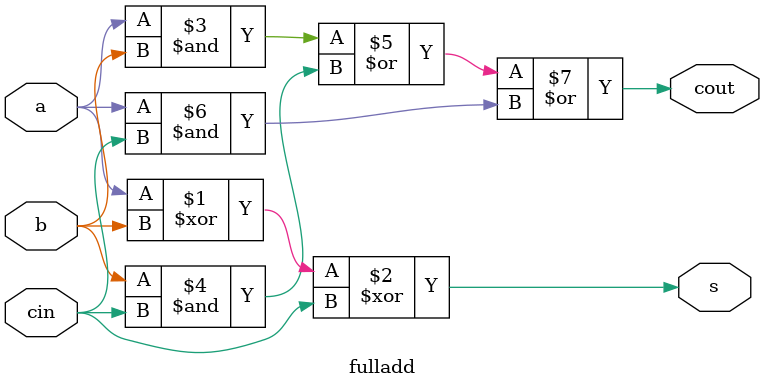
<source format=v>
module fulladd (input wire a, b, cin, output wire s, cout);
assign s = (a ^ b) ^ cin;
assign cout = (a & b) | (b & cin) | (a & cin);
endmodule

</source>
